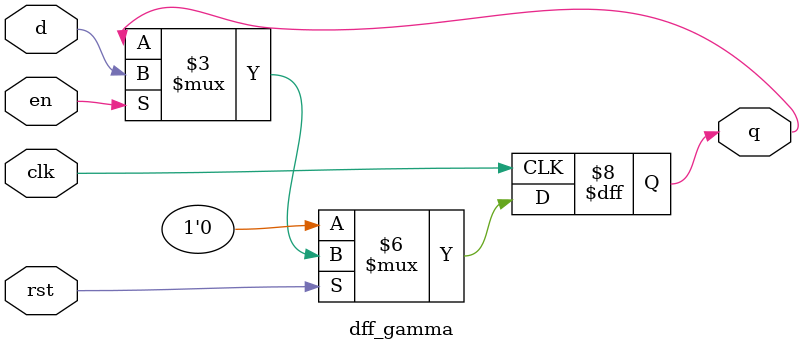
<source format=v>
/*
Alexander Yazdani
University of Southern California
22 September 2024

DFF GAMMA - synchronous active-low reset, active-high enable
*/


module dff_gamma (clk, rst, en, d, q);
    input clk, rst, en, d;
    output reg q;

    always @(negedge clk) begin
        // synchronous active-low reset, active-high enable
        if (~rst)
            q <= 1'b0;
        else if (en)
            q <= d;
    end
endmodule

</source>
